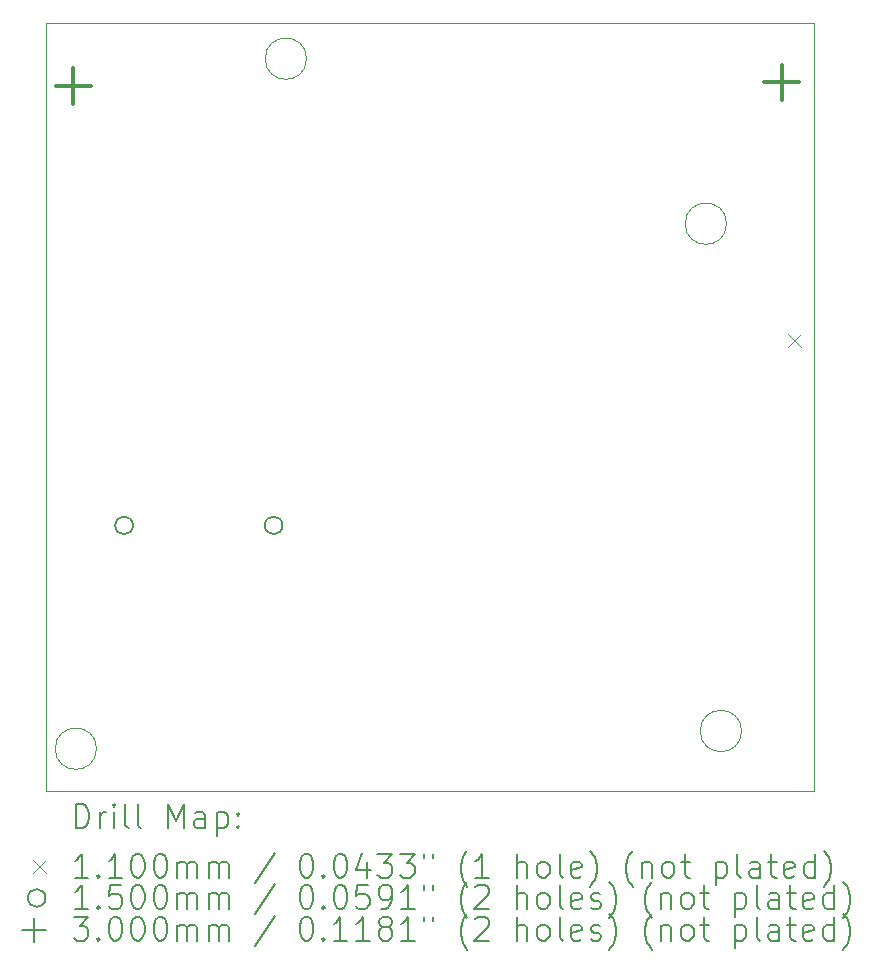
<source format=gbr>
%FSLAX45Y45*%
G04 Gerber Fmt 4.5, Leading zero omitted, Abs format (unit mm)*
G04 Created by KiCad (PCBNEW (6.0.5)) date 2023-08-18 19:43:42*
%MOMM*%
%LPD*%
G01*
G04 APERTURE LIST*
%TA.AperFunction,Profile*%
%ADD10C,0.100000*%
%TD*%
%TA.AperFunction,Profile*%
%ADD11C,0.050000*%
%TD*%
%ADD12C,0.200000*%
%ADD13C,0.110000*%
%ADD14C,0.150000*%
%ADD15C,0.300000*%
G04 APERTURE END LIST*
D10*
X13008685Y-9479999D02*
G75*
G03*
X13008685Y-9479999I-175000J0D01*
G01*
X7674685Y-13924999D02*
G75*
G03*
X7674685Y-13924999I-175000J0D01*
G01*
X9452685Y-8082999D02*
G75*
G03*
X9452685Y-8082999I-175000J0D01*
G01*
X13135685Y-13774999D02*
G75*
G03*
X13135685Y-13774999I-175000J0D01*
G01*
D11*
X7245685Y-7782999D02*
X13745685Y-7782999D01*
X13745685Y-7782999D02*
X13745685Y-14282999D01*
X13745685Y-14282999D02*
X7245685Y-14282999D01*
X7245685Y-14282999D02*
X7245685Y-7782999D01*
D12*
D13*
X13532685Y-10417999D02*
X13642685Y-10527999D01*
X13642685Y-10417999D02*
X13532685Y-10527999D01*
D14*
X7983085Y-12034349D02*
G75*
G03*
X7983085Y-12034349I-75000J0D01*
G01*
X9249085Y-12034349D02*
G75*
G03*
X9249085Y-12034349I-75000J0D01*
G01*
D15*
X7478185Y-8163999D02*
X7478185Y-8463999D01*
X7328185Y-8313999D02*
X7628185Y-8313999D01*
X13475685Y-8132999D02*
X13475685Y-8432999D01*
X13325685Y-8282999D02*
X13625685Y-8282999D01*
D12*
X7500804Y-14595975D02*
X7500804Y-14395975D01*
X7548423Y-14395975D01*
X7576995Y-14405499D01*
X7596042Y-14424546D01*
X7605566Y-14443594D01*
X7615090Y-14481689D01*
X7615090Y-14510261D01*
X7605566Y-14548356D01*
X7596042Y-14567403D01*
X7576995Y-14586451D01*
X7548423Y-14595975D01*
X7500804Y-14595975D01*
X7700804Y-14595975D02*
X7700804Y-14462641D01*
X7700804Y-14500737D02*
X7710328Y-14481689D01*
X7719852Y-14472165D01*
X7738899Y-14462641D01*
X7757947Y-14462641D01*
X7824614Y-14595975D02*
X7824614Y-14462641D01*
X7824614Y-14395975D02*
X7815090Y-14405499D01*
X7824614Y-14415022D01*
X7834137Y-14405499D01*
X7824614Y-14395975D01*
X7824614Y-14415022D01*
X7948423Y-14595975D02*
X7929375Y-14586451D01*
X7919852Y-14567403D01*
X7919852Y-14395975D01*
X8053185Y-14595975D02*
X8034137Y-14586451D01*
X8024614Y-14567403D01*
X8024614Y-14395975D01*
X8281756Y-14595975D02*
X8281756Y-14395975D01*
X8348423Y-14538832D01*
X8415090Y-14395975D01*
X8415090Y-14595975D01*
X8596042Y-14595975D02*
X8596042Y-14491213D01*
X8586518Y-14472165D01*
X8567471Y-14462641D01*
X8529376Y-14462641D01*
X8510328Y-14472165D01*
X8596042Y-14586451D02*
X8576995Y-14595975D01*
X8529376Y-14595975D01*
X8510328Y-14586451D01*
X8500804Y-14567403D01*
X8500804Y-14548356D01*
X8510328Y-14529308D01*
X8529376Y-14519784D01*
X8576995Y-14519784D01*
X8596042Y-14510261D01*
X8691280Y-14462641D02*
X8691280Y-14662641D01*
X8691280Y-14472165D02*
X8710328Y-14462641D01*
X8748423Y-14462641D01*
X8767471Y-14472165D01*
X8776995Y-14481689D01*
X8786518Y-14500737D01*
X8786518Y-14557880D01*
X8776995Y-14576927D01*
X8767471Y-14586451D01*
X8748423Y-14595975D01*
X8710328Y-14595975D01*
X8691280Y-14586451D01*
X8872233Y-14576927D02*
X8881757Y-14586451D01*
X8872233Y-14595975D01*
X8862709Y-14586451D01*
X8872233Y-14576927D01*
X8872233Y-14595975D01*
X8872233Y-14472165D02*
X8881757Y-14481689D01*
X8872233Y-14491213D01*
X8862709Y-14481689D01*
X8872233Y-14472165D01*
X8872233Y-14491213D01*
D13*
X7133185Y-14870499D02*
X7243185Y-14980499D01*
X7243185Y-14870499D02*
X7133185Y-14980499D01*
D12*
X7605566Y-15015975D02*
X7491280Y-15015975D01*
X7548423Y-15015975D02*
X7548423Y-14815975D01*
X7529375Y-14844546D01*
X7510328Y-14863594D01*
X7491280Y-14873118D01*
X7691280Y-14996927D02*
X7700804Y-15006451D01*
X7691280Y-15015975D01*
X7681756Y-15006451D01*
X7691280Y-14996927D01*
X7691280Y-15015975D01*
X7891280Y-15015975D02*
X7776995Y-15015975D01*
X7834137Y-15015975D02*
X7834137Y-14815975D01*
X7815090Y-14844546D01*
X7796042Y-14863594D01*
X7776995Y-14873118D01*
X8015090Y-14815975D02*
X8034137Y-14815975D01*
X8053185Y-14825499D01*
X8062709Y-14835022D01*
X8072233Y-14854070D01*
X8081756Y-14892165D01*
X8081756Y-14939784D01*
X8072233Y-14977880D01*
X8062709Y-14996927D01*
X8053185Y-15006451D01*
X8034137Y-15015975D01*
X8015090Y-15015975D01*
X7996042Y-15006451D01*
X7986518Y-14996927D01*
X7976995Y-14977880D01*
X7967471Y-14939784D01*
X7967471Y-14892165D01*
X7976995Y-14854070D01*
X7986518Y-14835022D01*
X7996042Y-14825499D01*
X8015090Y-14815975D01*
X8205566Y-14815975D02*
X8224614Y-14815975D01*
X8243661Y-14825499D01*
X8253185Y-14835022D01*
X8262709Y-14854070D01*
X8272233Y-14892165D01*
X8272233Y-14939784D01*
X8262709Y-14977880D01*
X8253185Y-14996927D01*
X8243661Y-15006451D01*
X8224614Y-15015975D01*
X8205566Y-15015975D01*
X8186518Y-15006451D01*
X8176995Y-14996927D01*
X8167471Y-14977880D01*
X8157947Y-14939784D01*
X8157947Y-14892165D01*
X8167471Y-14854070D01*
X8176995Y-14835022D01*
X8186518Y-14825499D01*
X8205566Y-14815975D01*
X8357947Y-15015975D02*
X8357947Y-14882641D01*
X8357947Y-14901689D02*
X8367471Y-14892165D01*
X8386518Y-14882641D01*
X8415090Y-14882641D01*
X8434137Y-14892165D01*
X8443661Y-14911213D01*
X8443661Y-15015975D01*
X8443661Y-14911213D02*
X8453185Y-14892165D01*
X8472233Y-14882641D01*
X8500804Y-14882641D01*
X8519852Y-14892165D01*
X8529376Y-14911213D01*
X8529376Y-15015975D01*
X8624614Y-15015975D02*
X8624614Y-14882641D01*
X8624614Y-14901689D02*
X8634137Y-14892165D01*
X8653185Y-14882641D01*
X8681757Y-14882641D01*
X8700804Y-14892165D01*
X8710328Y-14911213D01*
X8710328Y-15015975D01*
X8710328Y-14911213D02*
X8719852Y-14892165D01*
X8738899Y-14882641D01*
X8767471Y-14882641D01*
X8786518Y-14892165D01*
X8796042Y-14911213D01*
X8796042Y-15015975D01*
X9186518Y-14806451D02*
X9015090Y-15063594D01*
X9443661Y-14815975D02*
X9462709Y-14815975D01*
X9481757Y-14825499D01*
X9491280Y-14835022D01*
X9500804Y-14854070D01*
X9510328Y-14892165D01*
X9510328Y-14939784D01*
X9500804Y-14977880D01*
X9491280Y-14996927D01*
X9481757Y-15006451D01*
X9462709Y-15015975D01*
X9443661Y-15015975D01*
X9424614Y-15006451D01*
X9415090Y-14996927D01*
X9405566Y-14977880D01*
X9396042Y-14939784D01*
X9396042Y-14892165D01*
X9405566Y-14854070D01*
X9415090Y-14835022D01*
X9424614Y-14825499D01*
X9443661Y-14815975D01*
X9596042Y-14996927D02*
X9605566Y-15006451D01*
X9596042Y-15015975D01*
X9586518Y-15006451D01*
X9596042Y-14996927D01*
X9596042Y-15015975D01*
X9729376Y-14815975D02*
X9748423Y-14815975D01*
X9767471Y-14825499D01*
X9776995Y-14835022D01*
X9786518Y-14854070D01*
X9796042Y-14892165D01*
X9796042Y-14939784D01*
X9786518Y-14977880D01*
X9776995Y-14996927D01*
X9767471Y-15006451D01*
X9748423Y-15015975D01*
X9729376Y-15015975D01*
X9710328Y-15006451D01*
X9700804Y-14996927D01*
X9691280Y-14977880D01*
X9681757Y-14939784D01*
X9681757Y-14892165D01*
X9691280Y-14854070D01*
X9700804Y-14835022D01*
X9710328Y-14825499D01*
X9729376Y-14815975D01*
X9967471Y-14882641D02*
X9967471Y-15015975D01*
X9919852Y-14806451D02*
X9872233Y-14949308D01*
X9996042Y-14949308D01*
X10053185Y-14815975D02*
X10176995Y-14815975D01*
X10110328Y-14892165D01*
X10138899Y-14892165D01*
X10157947Y-14901689D01*
X10167471Y-14911213D01*
X10176995Y-14930261D01*
X10176995Y-14977880D01*
X10167471Y-14996927D01*
X10157947Y-15006451D01*
X10138899Y-15015975D01*
X10081757Y-15015975D01*
X10062709Y-15006451D01*
X10053185Y-14996927D01*
X10243661Y-14815975D02*
X10367471Y-14815975D01*
X10300804Y-14892165D01*
X10329376Y-14892165D01*
X10348423Y-14901689D01*
X10357947Y-14911213D01*
X10367471Y-14930261D01*
X10367471Y-14977880D01*
X10357947Y-14996927D01*
X10348423Y-15006451D01*
X10329376Y-15015975D01*
X10272233Y-15015975D01*
X10253185Y-15006451D01*
X10243661Y-14996927D01*
X10443661Y-14815975D02*
X10443661Y-14854070D01*
X10519852Y-14815975D02*
X10519852Y-14854070D01*
X10815090Y-15092165D02*
X10805566Y-15082641D01*
X10786518Y-15054070D01*
X10776995Y-15035022D01*
X10767471Y-15006451D01*
X10757947Y-14958832D01*
X10757947Y-14920737D01*
X10767471Y-14873118D01*
X10776995Y-14844546D01*
X10786518Y-14825499D01*
X10805566Y-14796927D01*
X10815090Y-14787403D01*
X10996042Y-15015975D02*
X10881757Y-15015975D01*
X10938899Y-15015975D02*
X10938899Y-14815975D01*
X10919852Y-14844546D01*
X10900804Y-14863594D01*
X10881757Y-14873118D01*
X11234137Y-15015975D02*
X11234137Y-14815975D01*
X11319852Y-15015975D02*
X11319852Y-14911213D01*
X11310328Y-14892165D01*
X11291280Y-14882641D01*
X11262709Y-14882641D01*
X11243661Y-14892165D01*
X11234137Y-14901689D01*
X11443661Y-15015975D02*
X11424614Y-15006451D01*
X11415090Y-14996927D01*
X11405566Y-14977880D01*
X11405566Y-14920737D01*
X11415090Y-14901689D01*
X11424614Y-14892165D01*
X11443661Y-14882641D01*
X11472233Y-14882641D01*
X11491280Y-14892165D01*
X11500804Y-14901689D01*
X11510328Y-14920737D01*
X11510328Y-14977880D01*
X11500804Y-14996927D01*
X11491280Y-15006451D01*
X11472233Y-15015975D01*
X11443661Y-15015975D01*
X11624614Y-15015975D02*
X11605566Y-15006451D01*
X11596042Y-14987403D01*
X11596042Y-14815975D01*
X11776995Y-15006451D02*
X11757947Y-15015975D01*
X11719852Y-15015975D01*
X11700804Y-15006451D01*
X11691280Y-14987403D01*
X11691280Y-14911213D01*
X11700804Y-14892165D01*
X11719852Y-14882641D01*
X11757947Y-14882641D01*
X11776995Y-14892165D01*
X11786518Y-14911213D01*
X11786518Y-14930261D01*
X11691280Y-14949308D01*
X11853185Y-15092165D02*
X11862709Y-15082641D01*
X11881756Y-15054070D01*
X11891280Y-15035022D01*
X11900804Y-15006451D01*
X11910328Y-14958832D01*
X11910328Y-14920737D01*
X11900804Y-14873118D01*
X11891280Y-14844546D01*
X11881756Y-14825499D01*
X11862709Y-14796927D01*
X11853185Y-14787403D01*
X12215090Y-15092165D02*
X12205566Y-15082641D01*
X12186518Y-15054070D01*
X12176995Y-15035022D01*
X12167471Y-15006451D01*
X12157947Y-14958832D01*
X12157947Y-14920737D01*
X12167471Y-14873118D01*
X12176995Y-14844546D01*
X12186518Y-14825499D01*
X12205566Y-14796927D01*
X12215090Y-14787403D01*
X12291280Y-14882641D02*
X12291280Y-15015975D01*
X12291280Y-14901689D02*
X12300804Y-14892165D01*
X12319852Y-14882641D01*
X12348423Y-14882641D01*
X12367471Y-14892165D01*
X12376995Y-14911213D01*
X12376995Y-15015975D01*
X12500804Y-15015975D02*
X12481756Y-15006451D01*
X12472233Y-14996927D01*
X12462709Y-14977880D01*
X12462709Y-14920737D01*
X12472233Y-14901689D01*
X12481756Y-14892165D01*
X12500804Y-14882641D01*
X12529375Y-14882641D01*
X12548423Y-14892165D01*
X12557947Y-14901689D01*
X12567471Y-14920737D01*
X12567471Y-14977880D01*
X12557947Y-14996927D01*
X12548423Y-15006451D01*
X12529375Y-15015975D01*
X12500804Y-15015975D01*
X12624614Y-14882641D02*
X12700804Y-14882641D01*
X12653185Y-14815975D02*
X12653185Y-14987403D01*
X12662709Y-15006451D01*
X12681756Y-15015975D01*
X12700804Y-15015975D01*
X12919852Y-14882641D02*
X12919852Y-15082641D01*
X12919852Y-14892165D02*
X12938899Y-14882641D01*
X12976995Y-14882641D01*
X12996042Y-14892165D01*
X13005566Y-14901689D01*
X13015090Y-14920737D01*
X13015090Y-14977880D01*
X13005566Y-14996927D01*
X12996042Y-15006451D01*
X12976995Y-15015975D01*
X12938899Y-15015975D01*
X12919852Y-15006451D01*
X13129375Y-15015975D02*
X13110328Y-15006451D01*
X13100804Y-14987403D01*
X13100804Y-14815975D01*
X13291280Y-15015975D02*
X13291280Y-14911213D01*
X13281756Y-14892165D01*
X13262709Y-14882641D01*
X13224614Y-14882641D01*
X13205566Y-14892165D01*
X13291280Y-15006451D02*
X13272233Y-15015975D01*
X13224614Y-15015975D01*
X13205566Y-15006451D01*
X13196042Y-14987403D01*
X13196042Y-14968356D01*
X13205566Y-14949308D01*
X13224614Y-14939784D01*
X13272233Y-14939784D01*
X13291280Y-14930261D01*
X13357947Y-14882641D02*
X13434137Y-14882641D01*
X13386518Y-14815975D02*
X13386518Y-14987403D01*
X13396042Y-15006451D01*
X13415090Y-15015975D01*
X13434137Y-15015975D01*
X13576995Y-15006451D02*
X13557947Y-15015975D01*
X13519852Y-15015975D01*
X13500804Y-15006451D01*
X13491280Y-14987403D01*
X13491280Y-14911213D01*
X13500804Y-14892165D01*
X13519852Y-14882641D01*
X13557947Y-14882641D01*
X13576995Y-14892165D01*
X13586518Y-14911213D01*
X13586518Y-14930261D01*
X13491280Y-14949308D01*
X13757947Y-15015975D02*
X13757947Y-14815975D01*
X13757947Y-15006451D02*
X13738899Y-15015975D01*
X13700804Y-15015975D01*
X13681756Y-15006451D01*
X13672233Y-14996927D01*
X13662709Y-14977880D01*
X13662709Y-14920737D01*
X13672233Y-14901689D01*
X13681756Y-14892165D01*
X13700804Y-14882641D01*
X13738899Y-14882641D01*
X13757947Y-14892165D01*
X13834137Y-15092165D02*
X13843661Y-15082641D01*
X13862709Y-15054070D01*
X13872233Y-15035022D01*
X13881756Y-15006451D01*
X13891280Y-14958832D01*
X13891280Y-14920737D01*
X13881756Y-14873118D01*
X13872233Y-14844546D01*
X13862709Y-14825499D01*
X13843661Y-14796927D01*
X13834137Y-14787403D01*
D14*
X7243185Y-15189499D02*
G75*
G03*
X7243185Y-15189499I-75000J0D01*
G01*
D12*
X7605566Y-15279975D02*
X7491280Y-15279975D01*
X7548423Y-15279975D02*
X7548423Y-15079975D01*
X7529375Y-15108546D01*
X7510328Y-15127594D01*
X7491280Y-15137118D01*
X7691280Y-15260927D02*
X7700804Y-15270451D01*
X7691280Y-15279975D01*
X7681756Y-15270451D01*
X7691280Y-15260927D01*
X7691280Y-15279975D01*
X7881756Y-15079975D02*
X7786518Y-15079975D01*
X7776995Y-15175213D01*
X7786518Y-15165689D01*
X7805566Y-15156165D01*
X7853185Y-15156165D01*
X7872233Y-15165689D01*
X7881756Y-15175213D01*
X7891280Y-15194261D01*
X7891280Y-15241880D01*
X7881756Y-15260927D01*
X7872233Y-15270451D01*
X7853185Y-15279975D01*
X7805566Y-15279975D01*
X7786518Y-15270451D01*
X7776995Y-15260927D01*
X8015090Y-15079975D02*
X8034137Y-15079975D01*
X8053185Y-15089499D01*
X8062709Y-15099022D01*
X8072233Y-15118070D01*
X8081756Y-15156165D01*
X8081756Y-15203784D01*
X8072233Y-15241880D01*
X8062709Y-15260927D01*
X8053185Y-15270451D01*
X8034137Y-15279975D01*
X8015090Y-15279975D01*
X7996042Y-15270451D01*
X7986518Y-15260927D01*
X7976995Y-15241880D01*
X7967471Y-15203784D01*
X7967471Y-15156165D01*
X7976995Y-15118070D01*
X7986518Y-15099022D01*
X7996042Y-15089499D01*
X8015090Y-15079975D01*
X8205566Y-15079975D02*
X8224614Y-15079975D01*
X8243661Y-15089499D01*
X8253185Y-15099022D01*
X8262709Y-15118070D01*
X8272233Y-15156165D01*
X8272233Y-15203784D01*
X8262709Y-15241880D01*
X8253185Y-15260927D01*
X8243661Y-15270451D01*
X8224614Y-15279975D01*
X8205566Y-15279975D01*
X8186518Y-15270451D01*
X8176995Y-15260927D01*
X8167471Y-15241880D01*
X8157947Y-15203784D01*
X8157947Y-15156165D01*
X8167471Y-15118070D01*
X8176995Y-15099022D01*
X8186518Y-15089499D01*
X8205566Y-15079975D01*
X8357947Y-15279975D02*
X8357947Y-15146641D01*
X8357947Y-15165689D02*
X8367471Y-15156165D01*
X8386518Y-15146641D01*
X8415090Y-15146641D01*
X8434137Y-15156165D01*
X8443661Y-15175213D01*
X8443661Y-15279975D01*
X8443661Y-15175213D02*
X8453185Y-15156165D01*
X8472233Y-15146641D01*
X8500804Y-15146641D01*
X8519852Y-15156165D01*
X8529376Y-15175213D01*
X8529376Y-15279975D01*
X8624614Y-15279975D02*
X8624614Y-15146641D01*
X8624614Y-15165689D02*
X8634137Y-15156165D01*
X8653185Y-15146641D01*
X8681757Y-15146641D01*
X8700804Y-15156165D01*
X8710328Y-15175213D01*
X8710328Y-15279975D01*
X8710328Y-15175213D02*
X8719852Y-15156165D01*
X8738899Y-15146641D01*
X8767471Y-15146641D01*
X8786518Y-15156165D01*
X8796042Y-15175213D01*
X8796042Y-15279975D01*
X9186518Y-15070451D02*
X9015090Y-15327594D01*
X9443661Y-15079975D02*
X9462709Y-15079975D01*
X9481757Y-15089499D01*
X9491280Y-15099022D01*
X9500804Y-15118070D01*
X9510328Y-15156165D01*
X9510328Y-15203784D01*
X9500804Y-15241880D01*
X9491280Y-15260927D01*
X9481757Y-15270451D01*
X9462709Y-15279975D01*
X9443661Y-15279975D01*
X9424614Y-15270451D01*
X9415090Y-15260927D01*
X9405566Y-15241880D01*
X9396042Y-15203784D01*
X9396042Y-15156165D01*
X9405566Y-15118070D01*
X9415090Y-15099022D01*
X9424614Y-15089499D01*
X9443661Y-15079975D01*
X9596042Y-15260927D02*
X9605566Y-15270451D01*
X9596042Y-15279975D01*
X9586518Y-15270451D01*
X9596042Y-15260927D01*
X9596042Y-15279975D01*
X9729376Y-15079975D02*
X9748423Y-15079975D01*
X9767471Y-15089499D01*
X9776995Y-15099022D01*
X9786518Y-15118070D01*
X9796042Y-15156165D01*
X9796042Y-15203784D01*
X9786518Y-15241880D01*
X9776995Y-15260927D01*
X9767471Y-15270451D01*
X9748423Y-15279975D01*
X9729376Y-15279975D01*
X9710328Y-15270451D01*
X9700804Y-15260927D01*
X9691280Y-15241880D01*
X9681757Y-15203784D01*
X9681757Y-15156165D01*
X9691280Y-15118070D01*
X9700804Y-15099022D01*
X9710328Y-15089499D01*
X9729376Y-15079975D01*
X9976995Y-15079975D02*
X9881757Y-15079975D01*
X9872233Y-15175213D01*
X9881757Y-15165689D01*
X9900804Y-15156165D01*
X9948423Y-15156165D01*
X9967471Y-15165689D01*
X9976995Y-15175213D01*
X9986518Y-15194261D01*
X9986518Y-15241880D01*
X9976995Y-15260927D01*
X9967471Y-15270451D01*
X9948423Y-15279975D01*
X9900804Y-15279975D01*
X9881757Y-15270451D01*
X9872233Y-15260927D01*
X10081757Y-15279975D02*
X10119852Y-15279975D01*
X10138899Y-15270451D01*
X10148423Y-15260927D01*
X10167471Y-15232356D01*
X10176995Y-15194261D01*
X10176995Y-15118070D01*
X10167471Y-15099022D01*
X10157947Y-15089499D01*
X10138899Y-15079975D01*
X10100804Y-15079975D01*
X10081757Y-15089499D01*
X10072233Y-15099022D01*
X10062709Y-15118070D01*
X10062709Y-15165689D01*
X10072233Y-15184737D01*
X10081757Y-15194261D01*
X10100804Y-15203784D01*
X10138899Y-15203784D01*
X10157947Y-15194261D01*
X10167471Y-15184737D01*
X10176995Y-15165689D01*
X10367471Y-15279975D02*
X10253185Y-15279975D01*
X10310328Y-15279975D02*
X10310328Y-15079975D01*
X10291280Y-15108546D01*
X10272233Y-15127594D01*
X10253185Y-15137118D01*
X10443661Y-15079975D02*
X10443661Y-15118070D01*
X10519852Y-15079975D02*
X10519852Y-15118070D01*
X10815090Y-15356165D02*
X10805566Y-15346641D01*
X10786518Y-15318070D01*
X10776995Y-15299022D01*
X10767471Y-15270451D01*
X10757947Y-15222832D01*
X10757947Y-15184737D01*
X10767471Y-15137118D01*
X10776995Y-15108546D01*
X10786518Y-15089499D01*
X10805566Y-15060927D01*
X10815090Y-15051403D01*
X10881757Y-15099022D02*
X10891280Y-15089499D01*
X10910328Y-15079975D01*
X10957947Y-15079975D01*
X10976995Y-15089499D01*
X10986518Y-15099022D01*
X10996042Y-15118070D01*
X10996042Y-15137118D01*
X10986518Y-15165689D01*
X10872233Y-15279975D01*
X10996042Y-15279975D01*
X11234137Y-15279975D02*
X11234137Y-15079975D01*
X11319852Y-15279975D02*
X11319852Y-15175213D01*
X11310328Y-15156165D01*
X11291280Y-15146641D01*
X11262709Y-15146641D01*
X11243661Y-15156165D01*
X11234137Y-15165689D01*
X11443661Y-15279975D02*
X11424614Y-15270451D01*
X11415090Y-15260927D01*
X11405566Y-15241880D01*
X11405566Y-15184737D01*
X11415090Y-15165689D01*
X11424614Y-15156165D01*
X11443661Y-15146641D01*
X11472233Y-15146641D01*
X11491280Y-15156165D01*
X11500804Y-15165689D01*
X11510328Y-15184737D01*
X11510328Y-15241880D01*
X11500804Y-15260927D01*
X11491280Y-15270451D01*
X11472233Y-15279975D01*
X11443661Y-15279975D01*
X11624614Y-15279975D02*
X11605566Y-15270451D01*
X11596042Y-15251403D01*
X11596042Y-15079975D01*
X11776995Y-15270451D02*
X11757947Y-15279975D01*
X11719852Y-15279975D01*
X11700804Y-15270451D01*
X11691280Y-15251403D01*
X11691280Y-15175213D01*
X11700804Y-15156165D01*
X11719852Y-15146641D01*
X11757947Y-15146641D01*
X11776995Y-15156165D01*
X11786518Y-15175213D01*
X11786518Y-15194261D01*
X11691280Y-15213308D01*
X11862709Y-15270451D02*
X11881756Y-15279975D01*
X11919852Y-15279975D01*
X11938899Y-15270451D01*
X11948423Y-15251403D01*
X11948423Y-15241880D01*
X11938899Y-15222832D01*
X11919852Y-15213308D01*
X11891280Y-15213308D01*
X11872233Y-15203784D01*
X11862709Y-15184737D01*
X11862709Y-15175213D01*
X11872233Y-15156165D01*
X11891280Y-15146641D01*
X11919852Y-15146641D01*
X11938899Y-15156165D01*
X12015090Y-15356165D02*
X12024614Y-15346641D01*
X12043661Y-15318070D01*
X12053185Y-15299022D01*
X12062709Y-15270451D01*
X12072233Y-15222832D01*
X12072233Y-15184737D01*
X12062709Y-15137118D01*
X12053185Y-15108546D01*
X12043661Y-15089499D01*
X12024614Y-15060927D01*
X12015090Y-15051403D01*
X12376995Y-15356165D02*
X12367471Y-15346641D01*
X12348423Y-15318070D01*
X12338899Y-15299022D01*
X12329375Y-15270451D01*
X12319852Y-15222832D01*
X12319852Y-15184737D01*
X12329375Y-15137118D01*
X12338899Y-15108546D01*
X12348423Y-15089499D01*
X12367471Y-15060927D01*
X12376995Y-15051403D01*
X12453185Y-15146641D02*
X12453185Y-15279975D01*
X12453185Y-15165689D02*
X12462709Y-15156165D01*
X12481756Y-15146641D01*
X12510328Y-15146641D01*
X12529375Y-15156165D01*
X12538899Y-15175213D01*
X12538899Y-15279975D01*
X12662709Y-15279975D02*
X12643661Y-15270451D01*
X12634137Y-15260927D01*
X12624614Y-15241880D01*
X12624614Y-15184737D01*
X12634137Y-15165689D01*
X12643661Y-15156165D01*
X12662709Y-15146641D01*
X12691280Y-15146641D01*
X12710328Y-15156165D01*
X12719852Y-15165689D01*
X12729375Y-15184737D01*
X12729375Y-15241880D01*
X12719852Y-15260927D01*
X12710328Y-15270451D01*
X12691280Y-15279975D01*
X12662709Y-15279975D01*
X12786518Y-15146641D02*
X12862709Y-15146641D01*
X12815090Y-15079975D02*
X12815090Y-15251403D01*
X12824614Y-15270451D01*
X12843661Y-15279975D01*
X12862709Y-15279975D01*
X13081756Y-15146641D02*
X13081756Y-15346641D01*
X13081756Y-15156165D02*
X13100804Y-15146641D01*
X13138899Y-15146641D01*
X13157947Y-15156165D01*
X13167471Y-15165689D01*
X13176995Y-15184737D01*
X13176995Y-15241880D01*
X13167471Y-15260927D01*
X13157947Y-15270451D01*
X13138899Y-15279975D01*
X13100804Y-15279975D01*
X13081756Y-15270451D01*
X13291280Y-15279975D02*
X13272233Y-15270451D01*
X13262709Y-15251403D01*
X13262709Y-15079975D01*
X13453185Y-15279975D02*
X13453185Y-15175213D01*
X13443661Y-15156165D01*
X13424614Y-15146641D01*
X13386518Y-15146641D01*
X13367471Y-15156165D01*
X13453185Y-15270451D02*
X13434137Y-15279975D01*
X13386518Y-15279975D01*
X13367471Y-15270451D01*
X13357947Y-15251403D01*
X13357947Y-15232356D01*
X13367471Y-15213308D01*
X13386518Y-15203784D01*
X13434137Y-15203784D01*
X13453185Y-15194261D01*
X13519852Y-15146641D02*
X13596042Y-15146641D01*
X13548423Y-15079975D02*
X13548423Y-15251403D01*
X13557947Y-15270451D01*
X13576995Y-15279975D01*
X13596042Y-15279975D01*
X13738899Y-15270451D02*
X13719852Y-15279975D01*
X13681756Y-15279975D01*
X13662709Y-15270451D01*
X13653185Y-15251403D01*
X13653185Y-15175213D01*
X13662709Y-15156165D01*
X13681756Y-15146641D01*
X13719852Y-15146641D01*
X13738899Y-15156165D01*
X13748423Y-15175213D01*
X13748423Y-15194261D01*
X13653185Y-15213308D01*
X13919852Y-15279975D02*
X13919852Y-15079975D01*
X13919852Y-15270451D02*
X13900804Y-15279975D01*
X13862709Y-15279975D01*
X13843661Y-15270451D01*
X13834137Y-15260927D01*
X13824614Y-15241880D01*
X13824614Y-15184737D01*
X13834137Y-15165689D01*
X13843661Y-15156165D01*
X13862709Y-15146641D01*
X13900804Y-15146641D01*
X13919852Y-15156165D01*
X13996042Y-15356165D02*
X14005566Y-15346641D01*
X14024614Y-15318070D01*
X14034137Y-15299022D01*
X14043661Y-15270451D01*
X14053185Y-15222832D01*
X14053185Y-15184737D01*
X14043661Y-15137118D01*
X14034137Y-15108546D01*
X14024614Y-15089499D01*
X14005566Y-15060927D01*
X13996042Y-15051403D01*
X7143185Y-15359499D02*
X7143185Y-15559499D01*
X7043185Y-15459499D02*
X7243185Y-15459499D01*
X7481756Y-15349975D02*
X7605566Y-15349975D01*
X7538899Y-15426165D01*
X7567471Y-15426165D01*
X7586518Y-15435689D01*
X7596042Y-15445213D01*
X7605566Y-15464261D01*
X7605566Y-15511880D01*
X7596042Y-15530927D01*
X7586518Y-15540451D01*
X7567471Y-15549975D01*
X7510328Y-15549975D01*
X7491280Y-15540451D01*
X7481756Y-15530927D01*
X7691280Y-15530927D02*
X7700804Y-15540451D01*
X7691280Y-15549975D01*
X7681756Y-15540451D01*
X7691280Y-15530927D01*
X7691280Y-15549975D01*
X7824614Y-15349975D02*
X7843661Y-15349975D01*
X7862709Y-15359499D01*
X7872233Y-15369022D01*
X7881756Y-15388070D01*
X7891280Y-15426165D01*
X7891280Y-15473784D01*
X7881756Y-15511880D01*
X7872233Y-15530927D01*
X7862709Y-15540451D01*
X7843661Y-15549975D01*
X7824614Y-15549975D01*
X7805566Y-15540451D01*
X7796042Y-15530927D01*
X7786518Y-15511880D01*
X7776995Y-15473784D01*
X7776995Y-15426165D01*
X7786518Y-15388070D01*
X7796042Y-15369022D01*
X7805566Y-15359499D01*
X7824614Y-15349975D01*
X8015090Y-15349975D02*
X8034137Y-15349975D01*
X8053185Y-15359499D01*
X8062709Y-15369022D01*
X8072233Y-15388070D01*
X8081756Y-15426165D01*
X8081756Y-15473784D01*
X8072233Y-15511880D01*
X8062709Y-15530927D01*
X8053185Y-15540451D01*
X8034137Y-15549975D01*
X8015090Y-15549975D01*
X7996042Y-15540451D01*
X7986518Y-15530927D01*
X7976995Y-15511880D01*
X7967471Y-15473784D01*
X7967471Y-15426165D01*
X7976995Y-15388070D01*
X7986518Y-15369022D01*
X7996042Y-15359499D01*
X8015090Y-15349975D01*
X8205566Y-15349975D02*
X8224614Y-15349975D01*
X8243661Y-15359499D01*
X8253185Y-15369022D01*
X8262709Y-15388070D01*
X8272233Y-15426165D01*
X8272233Y-15473784D01*
X8262709Y-15511880D01*
X8253185Y-15530927D01*
X8243661Y-15540451D01*
X8224614Y-15549975D01*
X8205566Y-15549975D01*
X8186518Y-15540451D01*
X8176995Y-15530927D01*
X8167471Y-15511880D01*
X8157947Y-15473784D01*
X8157947Y-15426165D01*
X8167471Y-15388070D01*
X8176995Y-15369022D01*
X8186518Y-15359499D01*
X8205566Y-15349975D01*
X8357947Y-15549975D02*
X8357947Y-15416641D01*
X8357947Y-15435689D02*
X8367471Y-15426165D01*
X8386518Y-15416641D01*
X8415090Y-15416641D01*
X8434137Y-15426165D01*
X8443661Y-15445213D01*
X8443661Y-15549975D01*
X8443661Y-15445213D02*
X8453185Y-15426165D01*
X8472233Y-15416641D01*
X8500804Y-15416641D01*
X8519852Y-15426165D01*
X8529376Y-15445213D01*
X8529376Y-15549975D01*
X8624614Y-15549975D02*
X8624614Y-15416641D01*
X8624614Y-15435689D02*
X8634137Y-15426165D01*
X8653185Y-15416641D01*
X8681757Y-15416641D01*
X8700804Y-15426165D01*
X8710328Y-15445213D01*
X8710328Y-15549975D01*
X8710328Y-15445213D02*
X8719852Y-15426165D01*
X8738899Y-15416641D01*
X8767471Y-15416641D01*
X8786518Y-15426165D01*
X8796042Y-15445213D01*
X8796042Y-15549975D01*
X9186518Y-15340451D02*
X9015090Y-15597594D01*
X9443661Y-15349975D02*
X9462709Y-15349975D01*
X9481757Y-15359499D01*
X9491280Y-15369022D01*
X9500804Y-15388070D01*
X9510328Y-15426165D01*
X9510328Y-15473784D01*
X9500804Y-15511880D01*
X9491280Y-15530927D01*
X9481757Y-15540451D01*
X9462709Y-15549975D01*
X9443661Y-15549975D01*
X9424614Y-15540451D01*
X9415090Y-15530927D01*
X9405566Y-15511880D01*
X9396042Y-15473784D01*
X9396042Y-15426165D01*
X9405566Y-15388070D01*
X9415090Y-15369022D01*
X9424614Y-15359499D01*
X9443661Y-15349975D01*
X9596042Y-15530927D02*
X9605566Y-15540451D01*
X9596042Y-15549975D01*
X9586518Y-15540451D01*
X9596042Y-15530927D01*
X9596042Y-15549975D01*
X9796042Y-15549975D02*
X9681757Y-15549975D01*
X9738899Y-15549975D02*
X9738899Y-15349975D01*
X9719852Y-15378546D01*
X9700804Y-15397594D01*
X9681757Y-15407118D01*
X9986518Y-15549975D02*
X9872233Y-15549975D01*
X9929376Y-15549975D02*
X9929376Y-15349975D01*
X9910328Y-15378546D01*
X9891280Y-15397594D01*
X9872233Y-15407118D01*
X10100804Y-15435689D02*
X10081757Y-15426165D01*
X10072233Y-15416641D01*
X10062709Y-15397594D01*
X10062709Y-15388070D01*
X10072233Y-15369022D01*
X10081757Y-15359499D01*
X10100804Y-15349975D01*
X10138899Y-15349975D01*
X10157947Y-15359499D01*
X10167471Y-15369022D01*
X10176995Y-15388070D01*
X10176995Y-15397594D01*
X10167471Y-15416641D01*
X10157947Y-15426165D01*
X10138899Y-15435689D01*
X10100804Y-15435689D01*
X10081757Y-15445213D01*
X10072233Y-15454737D01*
X10062709Y-15473784D01*
X10062709Y-15511880D01*
X10072233Y-15530927D01*
X10081757Y-15540451D01*
X10100804Y-15549975D01*
X10138899Y-15549975D01*
X10157947Y-15540451D01*
X10167471Y-15530927D01*
X10176995Y-15511880D01*
X10176995Y-15473784D01*
X10167471Y-15454737D01*
X10157947Y-15445213D01*
X10138899Y-15435689D01*
X10367471Y-15549975D02*
X10253185Y-15549975D01*
X10310328Y-15549975D02*
X10310328Y-15349975D01*
X10291280Y-15378546D01*
X10272233Y-15397594D01*
X10253185Y-15407118D01*
X10443661Y-15349975D02*
X10443661Y-15388070D01*
X10519852Y-15349975D02*
X10519852Y-15388070D01*
X10815090Y-15626165D02*
X10805566Y-15616641D01*
X10786518Y-15588070D01*
X10776995Y-15569022D01*
X10767471Y-15540451D01*
X10757947Y-15492832D01*
X10757947Y-15454737D01*
X10767471Y-15407118D01*
X10776995Y-15378546D01*
X10786518Y-15359499D01*
X10805566Y-15330927D01*
X10815090Y-15321403D01*
X10881757Y-15369022D02*
X10891280Y-15359499D01*
X10910328Y-15349975D01*
X10957947Y-15349975D01*
X10976995Y-15359499D01*
X10986518Y-15369022D01*
X10996042Y-15388070D01*
X10996042Y-15407118D01*
X10986518Y-15435689D01*
X10872233Y-15549975D01*
X10996042Y-15549975D01*
X11234137Y-15549975D02*
X11234137Y-15349975D01*
X11319852Y-15549975D02*
X11319852Y-15445213D01*
X11310328Y-15426165D01*
X11291280Y-15416641D01*
X11262709Y-15416641D01*
X11243661Y-15426165D01*
X11234137Y-15435689D01*
X11443661Y-15549975D02*
X11424614Y-15540451D01*
X11415090Y-15530927D01*
X11405566Y-15511880D01*
X11405566Y-15454737D01*
X11415090Y-15435689D01*
X11424614Y-15426165D01*
X11443661Y-15416641D01*
X11472233Y-15416641D01*
X11491280Y-15426165D01*
X11500804Y-15435689D01*
X11510328Y-15454737D01*
X11510328Y-15511880D01*
X11500804Y-15530927D01*
X11491280Y-15540451D01*
X11472233Y-15549975D01*
X11443661Y-15549975D01*
X11624614Y-15549975D02*
X11605566Y-15540451D01*
X11596042Y-15521403D01*
X11596042Y-15349975D01*
X11776995Y-15540451D02*
X11757947Y-15549975D01*
X11719852Y-15549975D01*
X11700804Y-15540451D01*
X11691280Y-15521403D01*
X11691280Y-15445213D01*
X11700804Y-15426165D01*
X11719852Y-15416641D01*
X11757947Y-15416641D01*
X11776995Y-15426165D01*
X11786518Y-15445213D01*
X11786518Y-15464261D01*
X11691280Y-15483308D01*
X11862709Y-15540451D02*
X11881756Y-15549975D01*
X11919852Y-15549975D01*
X11938899Y-15540451D01*
X11948423Y-15521403D01*
X11948423Y-15511880D01*
X11938899Y-15492832D01*
X11919852Y-15483308D01*
X11891280Y-15483308D01*
X11872233Y-15473784D01*
X11862709Y-15454737D01*
X11862709Y-15445213D01*
X11872233Y-15426165D01*
X11891280Y-15416641D01*
X11919852Y-15416641D01*
X11938899Y-15426165D01*
X12015090Y-15626165D02*
X12024614Y-15616641D01*
X12043661Y-15588070D01*
X12053185Y-15569022D01*
X12062709Y-15540451D01*
X12072233Y-15492832D01*
X12072233Y-15454737D01*
X12062709Y-15407118D01*
X12053185Y-15378546D01*
X12043661Y-15359499D01*
X12024614Y-15330927D01*
X12015090Y-15321403D01*
X12376995Y-15626165D02*
X12367471Y-15616641D01*
X12348423Y-15588070D01*
X12338899Y-15569022D01*
X12329375Y-15540451D01*
X12319852Y-15492832D01*
X12319852Y-15454737D01*
X12329375Y-15407118D01*
X12338899Y-15378546D01*
X12348423Y-15359499D01*
X12367471Y-15330927D01*
X12376995Y-15321403D01*
X12453185Y-15416641D02*
X12453185Y-15549975D01*
X12453185Y-15435689D02*
X12462709Y-15426165D01*
X12481756Y-15416641D01*
X12510328Y-15416641D01*
X12529375Y-15426165D01*
X12538899Y-15445213D01*
X12538899Y-15549975D01*
X12662709Y-15549975D02*
X12643661Y-15540451D01*
X12634137Y-15530927D01*
X12624614Y-15511880D01*
X12624614Y-15454737D01*
X12634137Y-15435689D01*
X12643661Y-15426165D01*
X12662709Y-15416641D01*
X12691280Y-15416641D01*
X12710328Y-15426165D01*
X12719852Y-15435689D01*
X12729375Y-15454737D01*
X12729375Y-15511880D01*
X12719852Y-15530927D01*
X12710328Y-15540451D01*
X12691280Y-15549975D01*
X12662709Y-15549975D01*
X12786518Y-15416641D02*
X12862709Y-15416641D01*
X12815090Y-15349975D02*
X12815090Y-15521403D01*
X12824614Y-15540451D01*
X12843661Y-15549975D01*
X12862709Y-15549975D01*
X13081756Y-15416641D02*
X13081756Y-15616641D01*
X13081756Y-15426165D02*
X13100804Y-15416641D01*
X13138899Y-15416641D01*
X13157947Y-15426165D01*
X13167471Y-15435689D01*
X13176995Y-15454737D01*
X13176995Y-15511880D01*
X13167471Y-15530927D01*
X13157947Y-15540451D01*
X13138899Y-15549975D01*
X13100804Y-15549975D01*
X13081756Y-15540451D01*
X13291280Y-15549975D02*
X13272233Y-15540451D01*
X13262709Y-15521403D01*
X13262709Y-15349975D01*
X13453185Y-15549975D02*
X13453185Y-15445213D01*
X13443661Y-15426165D01*
X13424614Y-15416641D01*
X13386518Y-15416641D01*
X13367471Y-15426165D01*
X13453185Y-15540451D02*
X13434137Y-15549975D01*
X13386518Y-15549975D01*
X13367471Y-15540451D01*
X13357947Y-15521403D01*
X13357947Y-15502356D01*
X13367471Y-15483308D01*
X13386518Y-15473784D01*
X13434137Y-15473784D01*
X13453185Y-15464261D01*
X13519852Y-15416641D02*
X13596042Y-15416641D01*
X13548423Y-15349975D02*
X13548423Y-15521403D01*
X13557947Y-15540451D01*
X13576995Y-15549975D01*
X13596042Y-15549975D01*
X13738899Y-15540451D02*
X13719852Y-15549975D01*
X13681756Y-15549975D01*
X13662709Y-15540451D01*
X13653185Y-15521403D01*
X13653185Y-15445213D01*
X13662709Y-15426165D01*
X13681756Y-15416641D01*
X13719852Y-15416641D01*
X13738899Y-15426165D01*
X13748423Y-15445213D01*
X13748423Y-15464261D01*
X13653185Y-15483308D01*
X13919852Y-15549975D02*
X13919852Y-15349975D01*
X13919852Y-15540451D02*
X13900804Y-15549975D01*
X13862709Y-15549975D01*
X13843661Y-15540451D01*
X13834137Y-15530927D01*
X13824614Y-15511880D01*
X13824614Y-15454737D01*
X13834137Y-15435689D01*
X13843661Y-15426165D01*
X13862709Y-15416641D01*
X13900804Y-15416641D01*
X13919852Y-15426165D01*
X13996042Y-15626165D02*
X14005566Y-15616641D01*
X14024614Y-15588070D01*
X14034137Y-15569022D01*
X14043661Y-15540451D01*
X14053185Y-15492832D01*
X14053185Y-15454737D01*
X14043661Y-15407118D01*
X14034137Y-15378546D01*
X14024614Y-15359499D01*
X14005566Y-15330927D01*
X13996042Y-15321403D01*
M02*

</source>
